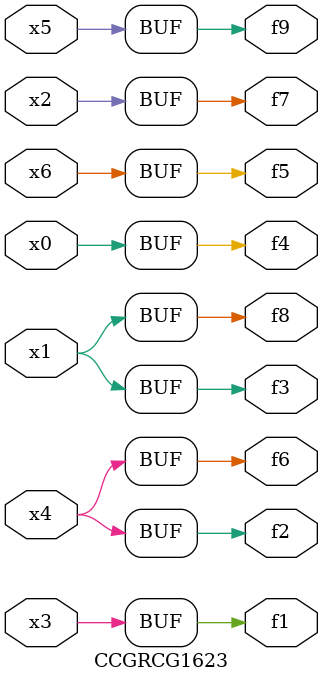
<source format=v>
module CCGRCG1623(
	input x0, x1, x2, x3, x4, x5, x6,
	output f1, f2, f3, f4, f5, f6, f7, f8, f9
);
	assign f1 = x3;
	assign f2 = x4;
	assign f3 = x1;
	assign f4 = x0;
	assign f5 = x6;
	assign f6 = x4;
	assign f7 = x2;
	assign f8 = x1;
	assign f9 = x5;
endmodule

</source>
